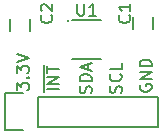
<source format=gto>
%TF.GenerationSoftware,KiCad,Pcbnew,4.0.4+e1-6308~48~ubuntu16.04.1-stable*%
%TF.CreationDate,2016-12-05T15:11:49-08:00*%
%TF.ProjectId,mma7660-sensor-breakout,6D6D61373636302D73656E736F722D62,v1.0*%
%TF.FileFunction,Legend,Top*%
%FSLAX46Y46*%
G04 Gerber Fmt 4.6, Leading zero omitted, Abs format (unit mm)*
G04 Created by KiCad (PCBNEW 4.0.4+e1-6308~48~ubuntu16.04.1-stable) date Mon Dec  5 15:11:49 2016*
%MOMM*%
%LPD*%
G01*
G04 APERTURE LIST*
%ADD10C,0.350000*%
%ADD11C,0.203200*%
%ADD12C,0.150000*%
%ADD13C,0.100000*%
G04 APERTURE END LIST*
D10*
D11*
X152654000Y-111010095D02*
X152605619Y-111106857D01*
X152605619Y-111252000D01*
X152654000Y-111397142D01*
X152750762Y-111493904D01*
X152847524Y-111542285D01*
X153041048Y-111590666D01*
X153186190Y-111590666D01*
X153379714Y-111542285D01*
X153476476Y-111493904D01*
X153573238Y-111397142D01*
X153621619Y-111252000D01*
X153621619Y-111155238D01*
X153573238Y-111010095D01*
X153524857Y-110961714D01*
X153186190Y-110961714D01*
X153186190Y-111155238D01*
X153621619Y-110526285D02*
X152605619Y-110526285D01*
X153621619Y-109945714D01*
X152605619Y-109945714D01*
X153621619Y-109461904D02*
X152605619Y-109461904D01*
X152605619Y-109219999D01*
X152654000Y-109074857D01*
X152750762Y-108978095D01*
X152847524Y-108929714D01*
X153041048Y-108881333D01*
X153186190Y-108881333D01*
X153379714Y-108929714D01*
X153476476Y-108978095D01*
X153573238Y-109074857D01*
X153621619Y-109219999D01*
X153621619Y-109461904D01*
X151033238Y-111699523D02*
X151081619Y-111554380D01*
X151081619Y-111312476D01*
X151033238Y-111215714D01*
X150984857Y-111167333D01*
X150888095Y-111118952D01*
X150791333Y-111118952D01*
X150694571Y-111167333D01*
X150646190Y-111215714D01*
X150597810Y-111312476D01*
X150549429Y-111505999D01*
X150501048Y-111602761D01*
X150452667Y-111651142D01*
X150355905Y-111699523D01*
X150259143Y-111699523D01*
X150162381Y-111651142D01*
X150114000Y-111602761D01*
X150065619Y-111505999D01*
X150065619Y-111264095D01*
X150114000Y-111118952D01*
X150984857Y-110102952D02*
X151033238Y-110151333D01*
X151081619Y-110296476D01*
X151081619Y-110393238D01*
X151033238Y-110538380D01*
X150936476Y-110635142D01*
X150839714Y-110683523D01*
X150646190Y-110731904D01*
X150501048Y-110731904D01*
X150307524Y-110683523D01*
X150210762Y-110635142D01*
X150114000Y-110538380D01*
X150065619Y-110393238D01*
X150065619Y-110296476D01*
X150114000Y-110151333D01*
X150162381Y-110102952D01*
X151081619Y-109183714D02*
X151081619Y-109667523D01*
X150065619Y-109667523D01*
X148493238Y-111723714D02*
X148541619Y-111578571D01*
X148541619Y-111336667D01*
X148493238Y-111239905D01*
X148444857Y-111191524D01*
X148348095Y-111143143D01*
X148251333Y-111143143D01*
X148154571Y-111191524D01*
X148106190Y-111239905D01*
X148057810Y-111336667D01*
X148009429Y-111530190D01*
X147961048Y-111626952D01*
X147912667Y-111675333D01*
X147815905Y-111723714D01*
X147719143Y-111723714D01*
X147622381Y-111675333D01*
X147574000Y-111626952D01*
X147525619Y-111530190D01*
X147525619Y-111288286D01*
X147574000Y-111143143D01*
X148541619Y-110707714D02*
X147525619Y-110707714D01*
X147525619Y-110465809D01*
X147574000Y-110320667D01*
X147670762Y-110223905D01*
X147767524Y-110175524D01*
X147961048Y-110127143D01*
X148106190Y-110127143D01*
X148299714Y-110175524D01*
X148396476Y-110223905D01*
X148493238Y-110320667D01*
X148541619Y-110465809D01*
X148541619Y-110707714D01*
X148251333Y-109740095D02*
X148251333Y-109256286D01*
X148541619Y-109836857D02*
X147525619Y-109498190D01*
X148541619Y-109159524D01*
X145747619Y-111409238D02*
X144731619Y-111409238D01*
X145747619Y-110925428D02*
X144731619Y-110925428D01*
X145747619Y-110344857D01*
X144731619Y-110344857D01*
X144731619Y-110006190D02*
X144731619Y-109425619D01*
X145747619Y-109715904D02*
X144731619Y-109715904D01*
X144556480Y-111651143D02*
X144556480Y-109328857D01*
X142191619Y-111481809D02*
X142191619Y-110852857D01*
X142578667Y-111191523D01*
X142578667Y-111046381D01*
X142627048Y-110949619D01*
X142675429Y-110901238D01*
X142772190Y-110852857D01*
X143014095Y-110852857D01*
X143110857Y-110901238D01*
X143159238Y-110949619D01*
X143207619Y-111046381D01*
X143207619Y-111336666D01*
X143159238Y-111433428D01*
X143110857Y-111481809D01*
X143110857Y-110417428D02*
X143159238Y-110369047D01*
X143207619Y-110417428D01*
X143159238Y-110465809D01*
X143110857Y-110417428D01*
X143207619Y-110417428D01*
X142191619Y-110030380D02*
X142191619Y-109401428D01*
X142578667Y-109740094D01*
X142578667Y-109594952D01*
X142627048Y-109498190D01*
X142675429Y-109449809D01*
X142772190Y-109401428D01*
X143014095Y-109401428D01*
X143110857Y-109449809D01*
X143159238Y-109498190D01*
X143207619Y-109594952D01*
X143207619Y-109885237D01*
X143159238Y-109981999D01*
X143110857Y-110030380D01*
X142191619Y-109111142D02*
X143207619Y-108772475D01*
X142191619Y-108433809D01*
D12*
X152058000Y-105301000D02*
X152058000Y-106301000D01*
X153758000Y-106301000D02*
X153758000Y-105301000D01*
X141660000Y-105418000D02*
X141660000Y-106418000D01*
X143360000Y-106418000D02*
X143360000Y-105418000D01*
X142748000Y-114834000D02*
X141198000Y-114834000D01*
X141198000Y-114834000D02*
X141198000Y-111734000D01*
X141198000Y-111734000D02*
X142748000Y-111734000D01*
X144018000Y-112014000D02*
X154178000Y-112014000D01*
X154178000Y-112014000D02*
X154178000Y-114554000D01*
X154178000Y-114554000D02*
X144018000Y-114554000D01*
X144018000Y-112014000D02*
X144018000Y-114554000D01*
X146883000Y-108854000D02*
X149333000Y-108854000D01*
X146858000Y-105554000D02*
X149333000Y-105554000D01*
D13*
X146648139Y-105604000D02*
G75*
G03X146648139Y-105604000I-90139J0D01*
G01*
D12*
X151741143Y-105132166D02*
X151788762Y-105179785D01*
X151836381Y-105322642D01*
X151836381Y-105417880D01*
X151788762Y-105560738D01*
X151693524Y-105655976D01*
X151598286Y-105703595D01*
X151407810Y-105751214D01*
X151264952Y-105751214D01*
X151074476Y-105703595D01*
X150979238Y-105655976D01*
X150884000Y-105560738D01*
X150836381Y-105417880D01*
X150836381Y-105322642D01*
X150884000Y-105179785D01*
X150931619Y-105132166D01*
X151836381Y-104179785D02*
X151836381Y-104751214D01*
X151836381Y-104465500D02*
X150836381Y-104465500D01*
X150979238Y-104560738D01*
X151074476Y-104655976D01*
X151122095Y-104751214D01*
X145137143Y-105132166D02*
X145184762Y-105179785D01*
X145232381Y-105322642D01*
X145232381Y-105417880D01*
X145184762Y-105560738D01*
X145089524Y-105655976D01*
X144994286Y-105703595D01*
X144803810Y-105751214D01*
X144660952Y-105751214D01*
X144470476Y-105703595D01*
X144375238Y-105655976D01*
X144280000Y-105560738D01*
X144232381Y-105417880D01*
X144232381Y-105322642D01*
X144280000Y-105179785D01*
X144327619Y-105132166D01*
X144327619Y-104751214D02*
X144280000Y-104703595D01*
X144232381Y-104608357D01*
X144232381Y-104370261D01*
X144280000Y-104275023D01*
X144327619Y-104227404D01*
X144422857Y-104179785D01*
X144518095Y-104179785D01*
X144660952Y-104227404D01*
X145232381Y-104798833D01*
X145232381Y-104179785D01*
X147346095Y-104156381D02*
X147346095Y-104965905D01*
X147393714Y-105061143D01*
X147441333Y-105108762D01*
X147536571Y-105156381D01*
X147727048Y-105156381D01*
X147822286Y-105108762D01*
X147869905Y-105061143D01*
X147917524Y-104965905D01*
X147917524Y-104156381D01*
X148917524Y-105156381D02*
X148346095Y-105156381D01*
X148631809Y-105156381D02*
X148631809Y-104156381D01*
X148536571Y-104299238D01*
X148441333Y-104394476D01*
X148346095Y-104442095D01*
M02*

</source>
